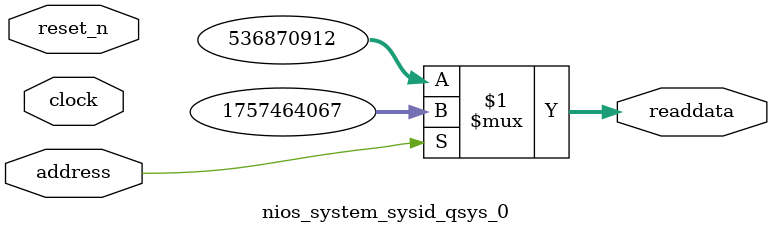
<source format=v>



// synthesis translate_off
`timescale 1ns / 1ps
// synthesis translate_on

// turn off superfluous verilog processor warnings 
// altera message_level Level1 
// altera message_off 10034 10035 10036 10037 10230 10240 10030 

module nios_system_sysid_qsys_0 (
               // inputs:
                address,
                clock,
                reset_n,

               // outputs:
                readdata
             )
;

  output  [ 31: 0] readdata;
  input            address;
  input            clock;
  input            reset_n;

  wire    [ 31: 0] readdata;
  //control_slave, which is an e_avalon_slave
  assign readdata = address ? 1757464067 : 536870912;

endmodule



</source>
